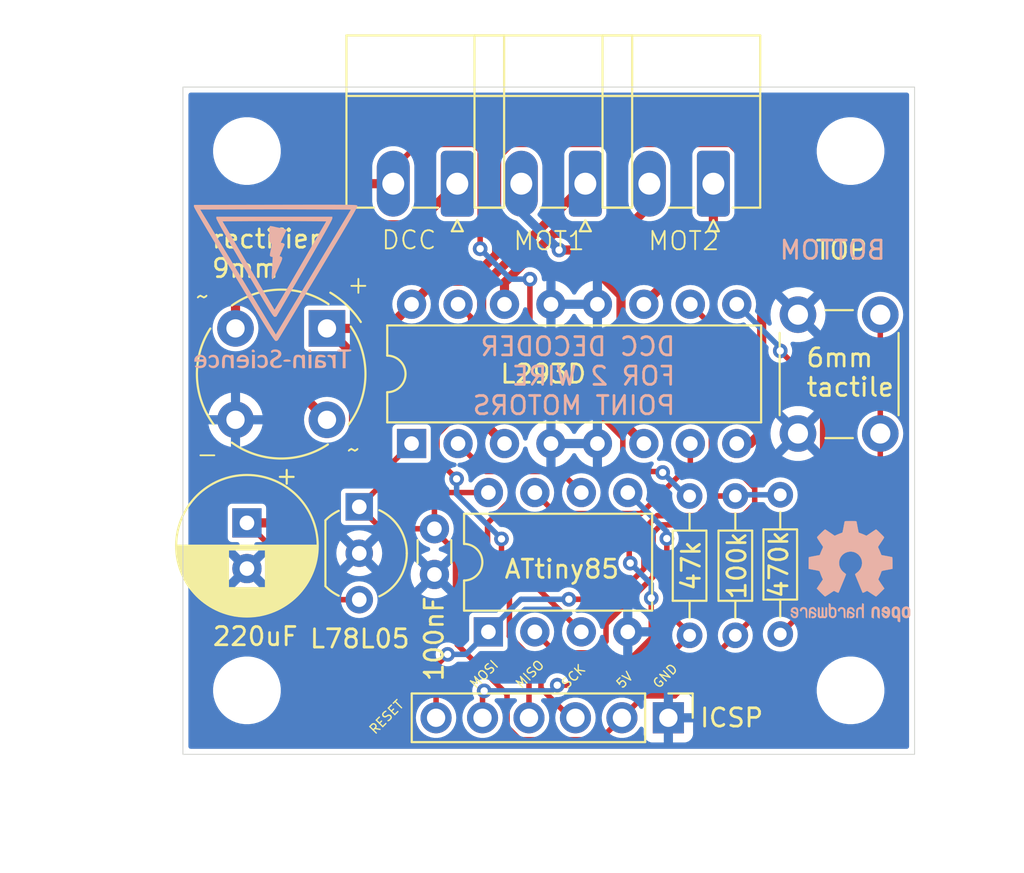
<source format=kicad_pcb>
(kicad_pcb (version 20240108) (generator "pcbnew") (generator_version "8.0")
  (layers (0 "F.Cu" signal) (31 "B.Cu" signal) (34 "B.Paste" user) (35 "F.Paste" user) (36 "B.SilkS" user "B.Silkscreen") (37 "F.SilkS" user "F.Silkscreen") (38 "B.Mask" user) (39 "F.Mask" user) (44 "Edge.Cuts" user))
  (net 0 "")
  (net 1 "GND")
  (net 2 "+5V")
  (net 3 "VCC")
  (net 4 "/DCC_B")
  (net 5 "/DCC_A")
  (net 6 "Net-(J2-Pin_2)")
  (net 7 "Net-(J2-Pin_1)")
  (net 8 "Net-(J3-Pin_1)")
  (net 9 "Net-(J3-Pin_2)")
  (net 10 "Net-(SW1-B)")
  (net 11 "/1A")
  (net 12 "/1B")
  (net 13 "/2B")
  (net 14 "/2A")
  (net 15 "/RESET")
  (net 16 "/MOSI")
  (footprint "MountingHole:MountingHole_3.2mm_M3" (layer "F.Cu") (at 76 56)
    (property "Reference" "REF**" (hide yes))
    (property "Value" "MountingHole_3.2mm_M3")
    (pad "" np_thru_hole circle (at 0 0) (size 3.2 3.2) (drill 3.2) (layers "*.Cu" "*.Mask"))
  )
  (footprint "Connector_Phoenix_MC:PhoenixContact_MC_1,5_2-G-3.5_1x02_P3.50mm_Horizontal" (layer "F.Cu") (at 101.5 57.785 180)
    (property "Reference" "J3" (hide yes))
    (property "Value" "Screw_Terminal_01x02")
    (pad "1" thru_hole roundrect (at 0 0 180) (size 1.8 3.6) (drill 1.2) (layers "*.Cu" "*.Mask") (roundrect_rratio 0.138889) (net 8 "Net-(J3-Pin_1)"))
    (pad "2" thru_hole oval (at 3.5 0 180) (size 1.8 3.6) (drill 1.2) (layers "*.Cu" "*.Mask") (net 9 "Net-(J3-Pin_2)"))
  )
  (footprint "Connector_Phoenix_MC:PhoenixContact_MC_1,5_2-G-3.5_1x02_P3.50mm_Horizontal" (layer "F.Cu") (at 94.5 57.785 180)
    (property "Reference" "J2" (hide yes))
    (property "Value" "Screw_Terminal_01x02")
    (pad "1" thru_hole roundrect (at 0 0 180) (size 1.8 3.6) (drill 1.2) (layers "*.Cu" "*.Mask") (roundrect_rratio 0.138889) (net 7 "Net-(J2-Pin_1)"))
    (pad "2" thru_hole oval (at 3.5 0 180) (size 1.8 3.6) (drill 1.2) (layers "*.Cu" "*.Mask") (net 6 "Net-(J2-Pin_2)"))
  )
  (footprint "Resistor_THT:R_Axial_DIN0204_L3.6mm_D1.6mm_P7.62mm_Horizontal" (layer "F.Cu") (at 100.2 82.49 90)
    (property "Reference" "R1" (hide yes))
    (property "Value" "47k" (at 3.81 0.083 90) (layer "F.SilkS"))
    (pad "1" thru_hole circle (at 0 0 90) (size 1.4 1.4) (drill 0.7) (layers "*.Cu" "*.Mask") (net 16 "/MOSI"))
    (pad "2" thru_hole oval (at 7.62 0 90) (size 1.4 1.4) (drill 0.7) (layers "*.Cu" "*.Mask") (net 4 "/DCC_B"))
  )
  (footprint "MountingHole:MountingHole_3.2mm_M3" (layer "F.Cu") (at 109 56)
    (property "Reference" "REF**" (hide yes))
    (property "Value" "MountingHole_3.2mm_M3")
    (pad "" np_thru_hole circle (at 0 0) (size 3.2 3.2) (drill 3.2) (layers "*.Cu" "*.Mask"))
  )
  (footprint "Connector_PinHeader_2.54mm:PinHeader_1x06_P2.54mm_Vertical" (layer "F.Cu") (at 99.04 87 -90)
    (property "Reference" "J4" (hide yes))
    (property "Value" "ICSP")
    (pad "1" thru_hole rect (at 0 0 270) (size 1.7 1.7) (drill 1) (layers "*.Cu" "*.Mask") (net 1 "GND"))
    (pad "2" thru_hole oval (at 0 2.54 270) (size 1.7 1.7) (drill 1) (layers "*.Cu" "*.Mask") (net 2 "+5V"))
    (pad "3" thru_hole oval (at 0 5.08 270) (size 1.7 1.7) (drill 1) (layers "*.Cu" "*.Mask") (net 12 "/1B"))
    (pad "4" thru_hole oval (at 0 7.62 270) (size 1.7 1.7) (drill 1) (layers "*.Cu" "*.Mask") (net 11 "/1A"))
    (pad "5" thru_hole oval (at 0 10.16 270) (size 1.7 1.7) (drill 1) (layers "*.Cu" "*.Mask") (net 16 "/MOSI"))
    (pad "6" thru_hole oval (at 0 12.7 270) (size 1.7 1.7) (drill 1) (layers "*.Cu" "*.Mask") (net 15 "/RESET"))
  )
  (footprint "custom_kicad_lib_sk:SW_NO_SILK" (layer "F.Cu") (at 106.125 71.45 90)
    (property "Reference" "SW1" (hide yes))
    (property "Value" "6mm_tactile")
    (pad "1" thru_hole circle (at 0 0 180) (size 2 2) (drill 1.1) (layers "*.Cu" "*.Mask") (net 1 "GND"))
    (pad "1" thru_hole circle (at 6.5 0 180) (size 2 2) (drill 1.1) (layers "*.Cu" "*.Mask") (net 1 "GND"))
    (pad "2" thru_hole circle (at 0 4.5 180) (size 2 2) (drill 1.1) (layers "*.Cu" "*.Mask") (net 10 "Net-(SW1-B)"))
    (pad "2" thru_hole circle (at 6.5 4.5 180) (size 2 2) (drill 1.1) (layers "*.Cu" "*.Mask") (net 10 "Net-(SW1-B)"))
  )
  (footprint "Resistor_THT:R_Axial_DIN0204_L3.6mm_D1.6mm_P7.62mm_Horizontal" (layer "F.Cu") (at 105.156 74.803 -90)
    (property "Reference" "R3" (hide yes))
    (property "Value" "470k" (at 3.81 0.083 90) (layer "F.SilkS"))
    (pad "1" thru_hole circle (at 0 0 270) (size 1.4 1.4) (drill 0.7) (layers "*.Cu" "*.Mask") (net 15 "/RESET"))
    (pad "2" thru_hole oval (at 7.62 0 270) (size 1.4 1.4) (drill 0.7) (layers "*.Cu" "*.Mask") (net 10 "Net-(SW1-B)"))
  )
  (footprint "Connector_Phoenix_MC:PhoenixContact_MC_1,5_2-G-3.5_1x02_P3.50mm_Horizontal" (layer "F.Cu") (at 87.5 57.785 180)
    (property "Reference" "J1" (hide yes))
    (property "Value" "Screw_Terminal_01x02")
    (pad "1" thru_hole roundrect (at 0 0 180) (size 1.8 3.6) (drill 1.2) (layers "*.Cu" "*.Mask") (roundrect_rratio 0.138889) (net 5 "/DCC_A"))
    (pad "2" thru_hole oval (at 3.5 0 180) (size 1.8 3.6) (drill 1.2) (layers "*.Cu" "*.Mask") (net 4 "/DCC_B"))
  )
  (footprint "MountingHole:MountingHole_3.2mm_M3" (layer "F.Cu") (at 76 85.5)
    (property "Reference" "REF**" (hide yes))
    (property "Value" "MountingHole_3.2mm_M3")
    (pad "" np_thru_hole circle (at 0 0) (size 3.2 3.2) (drill 3.2) (layers "*.Cu" "*.Mask"))
  )
  (footprint "Diode_THT:Diode_Bridge_Round_D9.0mm" (layer "F.Cu") (at 80.375 65.7 -90)
    (property "Reference" "D1" (hide yes))
    (property "Value" "D_Bridge_+A-A")
    (pad "1" thru_hole rect (at 0 0 270) (size 2 2) (drill 1) (layers "*.Cu" "*.Mask") (net 3 "VCC"))
    (pad "2" thru_hole oval (at 0 5 270) (size 2 2) (drill 1) (layers "*.Cu" "*.Mask") (net 4 "/DCC_B"))
    (pad "3" thru_hole oval (at 5 5 270) (size 2 2) (drill 1) (layers "*.Cu" "*.Mask") (net 1 "GND"))
    (pad "4" thru_hole oval (at 5 0 270) (size 2 2) (drill 1) (layers "*.Cu" "*.Mask") (net 5 "/DCC_A"))
  )
  (footprint "Capacitor_THT:C_Disc_D3.0mm_W1.6mm_P2.50mm" (layer "F.Cu") (at 86.25 76.660225 -90)
    (property "Reference" "C3" (hide yes))
    (property "Value" "100nF" (at 6.016775 0.017 90) (layer "F.SilkS"))
    (pad "1" thru_hole circle (at 0 0 270) (size 1.6 1.6) (drill 0.8) (layers "*.Cu" "*.Mask") (net 2 "+5V"))
    (pad "2" thru_hole circle (at 2.5 0 270) (size 1.6 1.6) (drill 0.8) (layers "*.Cu" "*.Mask") (net 1 "GND"))
  )
  (footprint "Package_DIP:DIP-8_W7.62mm" (layer "F.Cu") (at 89.2 82.3 90)
    (property "Reference" "U3" (hide yes))
    (property "Value" "ATtiny85" (at 3.433 4.018 180) (layer "F.SilkS"))
    (pad "1" thru_hole rect (at 0 0 90) (size 1.6 1.6) (drill 0.8) (layers "*.Cu" "*.Mask") (net 15 "/RESET"))
    (pad "2" thru_hole oval (at 0 2.54 90) (size 1.6 1.6) (drill 0.8) (layers "*.Cu" "*.Mask") (net 14 "/2A"))
    (pad "3" thru_hole oval (at 0 5.08 90) (size 1.6 1.6) (drill 0.8) (layers "*.Cu" "*.Mask") (net 13 "/2B"))
    (pad "4" thru_hole oval (at 0 7.62 90) (size 1.6 1.6) (drill 0.8) (layers "*.Cu" "*.Mask") (net 1 "GND"))
    (pad "5" thru_hole oval (at 7.62 7.62 90) (size 1.6 1.6) (drill 0.8) (layers "*.Cu" "*.Mask") (net 16 "/MOSI"))
    (pad "6" thru_hole oval (at 7.62 5.08 90) (size 1.6 1.6) (drill 0.8) (layers "*.Cu" "*.Mask") (net 11 "/1A"))
    (pad "7" thru_hole oval (at 7.62 2.54 90) (size 1.6 1.6) (drill 0.8) (layers "*.Cu" "*.Mask") (net 12 "/1B"))
    (pad "8" thru_hole oval (at 7.62 0 90) (size 1.6 1.6) (drill 0.8) (layers "*.Cu" "*.Mask") (net 2 "+5V"))
  )
  (footprint "Resistor_THT:R_Axial_DIN0204_L3.6mm_D1.6mm_P7.62mm_Horizontal" (layer "F.Cu") (at 102.7 82.49 90)
    (property "Reference" "R2" (hide yes))
    (property "Value" "100k" (at 3.81 0.083 90) (layer "F.SilkS"))
    (pad "1" thru_hole circle (at 0 0 90) (size 1.4 1.4) (drill 0.7) (layers "*.Cu" "*.Mask") (net 2 "+5V"))
    (pad "2" thru_hole oval (at 7.62 0 90) (size 1.4 1.4) (drill 0.7) (layers "*.Cu" "*.Mask") (net 15 "/RESET"))
  )
  (footprint "Package_DIP:DIP-16_W7.62mm" (layer "F.Cu") (at 85 72 90)
    (property "Reference" "U1" (hide yes))
    (property "Value" "L293D" (at 3.81 7.202 180) (layer "F.SilkS"))
    (pad "1" thru_hole rect (at 0 0 90) (size 1.6 1.6) (drill 0.8) (layers "*.Cu" "*.Mask") (net 2 "+5V"))
    (pad "2" thru_hole oval (at 0 2.54 90) (size 1.6 1.6) (drill 0.8) (layers "*.Cu" "*.Mask") (net 11 "/1A"))
    (pad "3" thru_hole oval (at 0 5.08 90) (size 1.6 1.6) (drill 0.8) (layers "*.Cu" "*.Mask") (net 7 "Net-(J2-Pin_1)"))
    (pad "4" thru_hole oval (at 0 7.62 90) (size 1.6 1.6) (drill 0.8) (layers "*.Cu" "*.Mask") (net 1 "GND"))
    (pad "5" thru_hole oval (at 0 10.16 90) (size 1.6 1.6) (drill 0.8) (layers "*.Cu" "*.Mask") (net 1 "GND"))
    (pad "6" thru_hole oval (at 0 12.7 90) (size 1.6 1.6) (drill 0.8) (layers "*.Cu" "*.Mask") (net 6 "Net-(J2-Pin_2)"))
    (pad "7" thru_hole oval (at 0 15.24 90) (size 1.6 1.6) (drill 0.8) (layers "*.Cu" "*.Mask") (net 12 "/1B"))
    (pad "8" thru_hole oval (at 0 17.78 90) (size 1.6 1.6) (drill 0.8) (layers "*.Cu" "*.Mask") (net 3 "VCC"))
    (pad "9" thru_hole oval (at 7.62 17.78 90) (size 1.6 1.6) (drill 0.8) (layers "*.Cu" "*.Mask") (net 2 "+5V"))
    (pad "10" thru_hole oval (at 7.62 15.24 90) (size 1.6 1.6) (drill 0.8) (layers "*.Cu" "*.Mask") (net 14 "/2A"))
    (pad "11" thru_hole oval (at 7.62 12.7 90) (size 1.6 1.6) (drill 0.8) (layers "*.Cu" "*.Mask") (net 8 "Net-(J3-Pin_1)"))
    (pad "12" thru_hole oval (at 7.62 10.16 90) (size 1.6 1.6) (drill 0.8) (layers "*.Cu" "*.Mask") (net 1 "GND"))
    (pad "13" thru_hole oval (at 7.62 7.62 90) (size 1.6 1.6) (drill 0.8) (layers "*.Cu" "*.Mask") (net 1 "GND"))
    (pad "14" thru_hole oval (at 7.62 5.08 90) (size 1.6 1.6) (drill 0.8) (layers "*.Cu" "*.Mask") (net 9 "Net-(J3-Pin_2)"))
    (pad "15" thru_hole oval (at 7.62 2.54 90) (size 1.6 1.6) (drill 0.8) (layers "*.Cu" "*.Mask") (net 13 "/2B"))
    (pad "16" thru_hole oval (at 7.62 0 90) (size 1.6 1.6) (drill 0.8) (layers "*.Cu" "*.Mask") (net 3 "VCC"))
  )
  (footprint "MountingHole:MountingHole_3.2mm_M3" (layer "F.Cu") (at 109 85.5)
    (property "Reference" "REF**" (hide yes))
    (property "Value" "MountingHole_3.2mm_M3")
    (pad "" np_thru_hole circle (at 0 0) (size 3.2 3.2) (drill 3.2) (layers "*.Cu" "*.Mask"))
  )
  (footprint "Capacitor_THT:CP_Radial_D7.5mm_P2.50mm" (layer "F.Cu") (at 76 76.338606 -90)
    (property "Reference" "C2" (hide yes))
    (property "Value" "220uF" (at 6.211394 -0.454 0) (layer "F.SilkS"))
    (pad "1" thru_hole rect (at 0 0 270) (size 1.6 1.6) (drill 0.8) (layers "*.Cu" "*.Mask") (net 3 "VCC"))
    (pad "2" thru_hole circle (at 2.5 0 270) (size 1.6 1.6) (drill 0.8) (layers "*.Cu" "*.Mask") (net 1 "GND"))
  )
  (footprint "Package_TO_SOT_THT:TO-92_Inline_Wide" (layer "F.Cu") (at 82.14 75.46 -90)
    (property "Reference" "U2" (hide yes))
    (property "Value" "L78L05" (at 7.217 -0.029 180) (layer "F.SilkS"))
    (pad "1" thru_hole rect (at 0 0 270) (size 1.5 1.5) (drill 0.8) (layers "*.Cu" "*.Mask") (net 2 "+5V"))
    (pad "2" thru_hole circle (at 2.54 0 270) (size 1.5 1.5) (drill 0.8) (layers "*.Cu" "*.Mask") (net 1 "GND"))
    (pad "3" thru_hole circle (at 5.08 0 270) (size 1.5 1.5) (drill 0.8) (layers "*.Cu" "*.Mask") (net 3 "VCC"))
  )
  (footprint "custom_kicad_lib_sk:Train-Science logo small" (layer "B.Cu") (at 77.5 63.5 180)
    (property "Reference" "G***" (hide yes))
    (property "Value" "LOGO" (hide yes))
  )
  (footprint "Symbol:OSHW-Logo2_7.3x6mm_SilkScreen" (layer "B.Cu") (at 109 79 180)
    (property "Reference" "REF**" (hide yes))
    (property "Value" "OSHW-Logo2_7.3x6mm_SilkScreen" (hide yes))
  )
  (gr_rect (start 72.5 52.5) (end 112.5 89) (stroke (width 0.05)) (fill none) (layer "Edge.Cuts"))
  (gr_text "BOTTOM" (at 111 62 0) (layer "B.SilkS") (effects (font (size 1 1)) (justify left bottom mirror)))
  (gr_text "DCC DECODER\nFOR 2 WIRE\nPOINT MOTORS" (at 99.5 70.5 0) (layer "B.SilkS") (effects (font (size 1 1)) (justify left bottom mirror)))
  (gr_text "-" (at 73.152 73.152 0) (layer "F.SilkS") (effects (font (size 1 1) (thickness 0.1)) (justify left bottom)))
  (gr_text "SCK" (at 93.5 85.5 45) (layer "F.SilkS") (effects (font (size 0.5 0.5) (thickness 0.075)) (justify left bottom)))
  (gr_text "6mm\ntactile" (at 106.5 69.5 0) (layer "F.SilkS") (effects (font (size 1 1)) (justify left bottom)))
  (gr_text "rectifier\n9mm" (at 74 63 0) (layer "F.SilkS") (effects (font (size 1 1)) (justify left bottom)))
  (gr_text "ICSP" (at 102.5 87 0) (layer "F.SilkS") (effects (font (size 1 1))))
  (gr_text "TOP" (at 107 62 0) (layer "F.SilkS") (effects (font (size 1 1)) (justify left bottom)))
  (gr_text "5V" (at 96.5 85.5 45) (layer "F.SilkS") (effects (font (size 0.5 0.5) (thickness 0.075)) (justify left bottom)))
  (gr_text "DCC" (at 83.292508 61.453374 0) (layer "F.SilkS") (effects (font (size 1 1) (thickness 0.1)) (justify left bottom)))
  (gr_text "MISO" (at 91 85.5 45) (layer "F.SilkS") (effects (font (size 0.5 0.5) (thickness 0.075)) (justify left bottom)))
  (gr_text "MOT2" (at 97.866 61.5 0) (layer "F.SilkS") (effects (font (size 1 1) (thickness 0.1)) (justify left bottom)))
  (gr_text "~\n" (at 81.407 72.898 0) (layer "F.SilkS") (effects (font (size 1 1) (thickness 0.1)) (justify left bottom)))
  (gr_text "RESET" (at 83 88 45) (layer "F.SilkS") (effects (font (size 0.5 0.5) (thickness 0.075)) (justify left bottom)))
  (gr_text "MOSI" (at 88.5 85.5 45) (layer "F.SilkS") (effects (font (size 0.5 0.5) (thickness 0.075)) (justify left bottom)))
  (gr_text "~\n" (at 73.152 64.516 0) (layer "F.SilkS") (effects (font (size 1 1) (thickness 0.1)) (justify left bottom)))
  (gr_text "MOT1" (at 90.5 61.5 0) (layer "F.SilkS") (effects (font (size 1 1) (thickness 0.1)) (justify left bottom)))
  (gr_text "+" (at 81.407 63.881 0) (layer "F.SilkS") (effects (font (size 1 1) (thickness 0.1)) (justify left bottom)))
  (gr_text "GND" (at 98.5 85.5 45) (layer "F.SilkS") (effects (font (size 0.5 0.5) (thickness 0.075)) (justify left bottom)))
  (segment (start 86.25 76.660225) (end 83.340225 76.660225) (width 0.3) (layer "F.Cu") (net 2))
  (segment (start 83.5 73.5) (end 85 72) (width 0.3) (layer "F.Cu") (net 2))
  (segment (start 86.25 75.25) (end 86.25 76.660225) (width 0.3) (layer "F.Cu") (net 2))
  (segment (start 86.25 76.75) (end 87.4 77.9) (width 0.3) (layer "F.Cu") (net 2))
  (segment (start 83.340225 76.660225) (end 82.14 75.46) (width 0.3) (layer "F.Cu") (net 2))
  (segment (start 89.2 74.68) (end 86.82 74.68) (width 0.3) (layer "F.Cu") (net 2))
  (segment (start 90.22 87.497057) (end 90.922943 88.2) (width 0.3) (layer "F.Cu") (net 2))
  (segment (start 87.4 81.5) (end 87.5 81.6) (width 0.3) (layer "F.Cu") (net 2))
  (segment (start 99.39 85.8) (end 97.7 85.8) (width 0.3) (layer "F.Cu") (net 2))
  (segment (start 86.82 74.68) (end 86.25 75.25) (width 0.3) (layer "F.Cu") (net 2))
  (segment (start 97.7 85.8) (end 96.5 87) (width 0.3) (layer "F.Cu") (net 2))
  (segment (start 86.25 76.660225) (end 86.25 76.75) (width 0.3) (layer "F.Cu") (net 2))
  (segment (start 87.5 83) (end 90.22 85.72) (width 0.3) (layer "F.Cu") (net 2))
  (segment (start 87.4 77.9) (end 87.4 81.5) (width 0.3) (layer "F.Cu") (net 2))
  (segment (start 83.5 74.1) (end 83.5 73.5) (width 0.3) (layer "F.Cu") (net 2))
  (segment (start 102.7 82.49) (end 107.475 77.715) (width 0.3) (layer "F.Cu") (net 2))
  (segment (start 95.3 88.2) (end 96.5 87) (width 0.3) (layer "F.Cu") (net 2))
  (segment (start 107.475 69.248) (end 105.156 66.929) (width 0.3) (layer "F.Cu") (net 2))
  (segment (start 90.22 85.72) (end 90.22 87.497057) (width 0.3) (layer "F.Cu") (net 2))
  (segment (start 82.14 75.46) (end 83.5 74.1) (width 0.3) (layer "F.Cu") (net 2))
  (segment (start 90.922943 88.2) (end 95.3 88.2) (width 0.3) (layer "F.Cu") (net 2))
  (segment (start 87.5 81.6) (end 87.5 83) (width 0.3) (layer "F.Cu") (net 2))
  (segment (start 102.7 82.49) (end 99.39 85.8) (width 0.3) (layer "F.Cu") (net 2))
  (segment (start 107.475 77.715) (end 107.475 69.248) (width 0.3) (layer "F.Cu") (net 2))
  (via (at 105.156 66.929) (size 0.8) (drill 0.4) (layers "F.Cu" "B.Cu") (net 2))
  (segment (start 105.156 66.756) (end 102.78 64.38) (width 0.3) (layer "B.Cu") (net 2))
  (segment (start 105.156 66.929) (end 105.156 66.756) (width 0.3) (layer "B.Cu") (net 2))
  (segment (start 86.261 63.119) (end 88.17605 63.119) (width 0.5) (layer "F.Cu") (net 3))
  (segment (start 81.825 72.175) (end 77.661394 76.338606) (width 0.5) (layer "F.Cu") (net 3))
  (segment (start 102.446878 55.535) (end 104.14 57.228122) (width 0.5) (layer "F.Cu") (net 3))
  (segment (start 81.825 67.15) (end 81.825 72.175) (width 0.5) (layer "F.Cu") (net 3))
  (segment (start 84.342 65.038) (end 86.261 63.119) (width 0.5) (layer "F.Cu") (net 3))
  (segment (start 82.14 80.54) (end 80.201394 80.54) (width 0.3) (layer "F.Cu") (net 3))
  (segment (start 103.514 72) (end 102.78 72) (width 0.5) (layer "F.Cu") (net 3))
  (segment (start 89.65 61.64505) (end 89.65 56.325812) (width 0.5) (layer "F.Cu") (net 3))
  (segment (start 89.65 56.325812) (end 90.440812 55.535) (width 0.5) (layer "F.Cu") (net 3))
  (segment (start 77.661394 76.338606) (end 76 76.338606) (width 0.5) (layer "F.Cu") (net 3))
  (segment (start 80.375 65.7) (end 81.825 67.15) (width 0.5) (layer "F.Cu") (net 3))
  (segment (start 88.17605 63.119) (end 89.65 61.64505) (width 0.5) (layer "F.Cu") (net 3))
  (segment (start 90.440812 55.535) (end 102.446878 55.535) (width 0.5) (layer "F.Cu") (net 3))
  (segment (start 104.14 71.374) (end 103.514 72) (width 0.5) (layer "F.Cu") (net 3))
  (segment (start 80.375 65.7) (end 83.68 65.7) (width 0.5) (layer "F.Cu") (net 3))
  (segment (start 83.68 65.7) (end 84.342 65.038) (width 0.5) (layer "F.Cu") (net 3))
  (segment (start 80.201394 80.54) (end 76 76.338606) (width 0.3) (layer "F.Cu") (net 3))
  (segment (start 104.14 57.228122) (end 104.14 71.374) (width 0.5) (layer "F.Cu") (net 3))
  (segment (start 84.342 65.038) (end 85 64.38) (width 0.5) (layer "F.Cu") (net 3))
  (segment (start 97.296346 73.53) (end 98.676 73.53) (width 0.3) (layer "F.Cu") (net 4))
  (segment (start 75.375 64.125) (end 75.375 65.7) (width 0.5) (layer "F.Cu") (net 4))
  (segment (start 91.47 66.618528) (end 96.55 71.698528) (width 0.3) (layer "F.Cu") (net 4))
  (segment (start 88.75 55.979544) (end 88.405456 55.635) (width 0.3) (layer "F.Cu") (net 4))
  (segment (start 85.335 55.635) (end 84 56.97) (width 0.3) (layer "F.Cu") (net 4))
  (segment (start 88.405456 55.635) (end 85.335 55.635) (width 0.3) (layer "F.Cu") (net 4))
  (segment (start 98.676 73.53) (end 98.728354 73.582354) (width 0.3) (layer "F.Cu") (net 4))
  (segment (start 96.55 72.783654) (end 97.296346 73.53) (width 0.3) (layer "F.Cu") (net 4))
  (segment (start 91.47 63.007032) (end 91.47 66.618528) (width 0.3) (layer "F.Cu") (net 4))
  (segment (start 84 57.785) (end 81.715 57.785) (width 0.5) (layer "F.Cu") (net 4))
  (segment (start 96.55 71.698528) (end 96.55 72.783654) (width 0.3) (layer "F.Cu") (net 4))
  (segment (start 84 56.97) (end 84 57.785) (width 0.3) (layer "F.Cu") (net 4))
  (segment (start 88.75 61.342968) (end 88.75 55.979544) (width 0.3) (layer "F.Cu") (net 4))
  (segment (start 81.715 57.785) (end 75.375 64.125) (width 0.5) (layer "F.Cu") (net 4))
  (via (at 98.728354 73.582354) (size 0.8) (drill 0.4) (layers "F.Cu" "B.Cu") (net 4))
  (via (at 88.75 61.342968) (size 0.8) (drill 0.4) (layers "F.Cu" "B.Cu") (net 4))
  (via (at 91.47 63.007032) (size 0.8) (drill 0.4) (layers "F.Cu" "B.Cu") (net 4))
  (segment (start 100.2 74.87) (end 100.016 74.87) (width 0.3) (layer "B.Cu") (net 4))
  (segment (start 90.414064 63.007032) (end 91.47 63.007032) (width 0.3) (layer "B.Cu") (net 4))
  (segment (start 88.75 61.342968) (end 90.414064 63.007032) (width 0.3) (layer "B.Cu") (net 4))
  (segment (start 100.016 74.87) (end 98.728354 73.582354) (width 0.3) (layer "B.Cu") (net 4))
  (segment (start 77.5 67.825) (end 77.5 62.98995) (width 0.5) (layer "F.Cu") (net 5))
  (segment (start 80.375 70.7) (end 77.5 67.825) (width 0.5) (layer "F.Cu") (net 5))
  (segment (start 77.5 62.98995) (end 80.45495 60.035) (width 0.5) (layer "F.Cu") (net 5))
  (segment (start 85.25 60.035) (end 87.5 57.785) (width 0.5) (layer "F.Cu") (net 5))
  (segment (start 80.45495 60.035) (end 85.25 60.035) (width 0.5) (layer "F.Cu") (net 5))
  (segment (start 96.45 63.902233) (end 96.45 70.75) (width 0.5) (layer "F.Cu") (net 6))
  (segment (start 93.063516 61.413516) (end 93.961283 61.413516) (width 0.5) (layer "F.Cu") (net 6))
  (segment (start 93.961283 61.413516) (end 96.45 63.902233) (width 0.5) (layer "F.Cu") (net 6))
  (segment (start 96.45 70.75) (end 97.7 72) (width 0.5) (layer "F.Cu") (net 6))
  (via (at 93.063516 61.413516) (size 0.8) (drill 0.4) (layers "F.Cu" "B.Cu") (net 6))
  (segment (start 91 59.35) (end 93.063516 61.413516) (width 0.5) (layer "B.Cu") (net 6))
  (segment (start 91 57.785) (end 91 59.35) (width 0.5) (layer "B.Cu") (net 6))
  (segment (start 88.83 63.455) (end 88.83 70.75) (width 0.5) (layer "F.Cu") (net 7))
  (segment (start 94.5 57.785) (end 88.83 63.455) (width 0.5) (layer "F.Cu") (net 7))
  (segment (start 88.83 70.75) (end 90.08 72) (width 0.5) (layer "F.Cu") (net 7))
  (segment (start 101.5 60.58) (end 97.7 64.38) (width 0.5) (layer "F.Cu") (net 8))
  (segment (start 101.5 57.785) (end 101.5 60.58) (width 0.5) (layer "F.Cu") (net 8))
  (segment (start 96.5 60.5) (end 98 59) (width 0.5) (layer "F.Cu") (net 9))
  (segment (start 98 59) (end 98 57.785) (width 0.5) (layer "F.Cu") (net 9))
  (segment (start 92.77495 60.5) (end 96.5 60.5) (width 0.5) (layer "F.Cu") (net 9))
  (segment (start 90.08 64.38) (end 90.08 63.19495) (width 0.5) (layer "F.Cu") (net 9))
  (segment (start 90.08 63.19495) (end 92.77495 60.5) (width 0.5) (layer "F.Cu") (net 9))
  (segment (start 110.625 76.954) (end 105.156 82.423) (width 0.3) (layer "F.Cu") (net 10))
  (segment (start 110.625 71.45) (end 110.625 76.954) (width 0.3) (layer "F.Cu") (net 10))
  (segment (start 110.625 64.95) (end 110.625 71.45) (width 0.3) (layer "F.Cu") (net 10))
  (segment (start 90.424 73.784) (end 90.678 73.53) (width 0.3) (layer "F.Cu") (net 11))
  (segment (start 89.154 76.352346) (end 90.424 75.082346) (width 0.3) (layer "F.Cu") (net 11))
  (segment (start 89.07 73.53) (end 87.54 72) (width 0.3) (layer "F.Cu") (net 11))
  (segment (start 90.35 79.174) (end 89.154 77.978) (width 0.3) (layer "F.Cu") (net 11))
  (segment (start 91.42 87) (end 91.42 83.606346) (width 0.3) (layer "F.Cu") (net 11))
  (segment (start 94.28 74.68) (end 93.13 73.53) (width 0.3) (layer "F.Cu") (net 11))
  (segment (start 90.424 75.082346) (end 90.424 73.784) (width 0.3) (layer "F.Cu") (net 11))
  (segment (start 93.13 73.53) (end 90.678 73.53) (width 0.3) (layer "F.Cu") (net 11))
  (segment (start 90.35 82.536346) (end 90.35 79.174) (width 0.3) (layer "F.Cu") (net 11))
  (segment (start 90.678 73.53) (end 90.17 73.53) (width 0.3) (layer "F.Cu") (net 11))
  (segment (start 90.17 73.53) (end 89.07 73.53) (width 0.3) (layer "F.Cu") (net 11))
  (segment (start 91.42 83.606346) (end 90.35 82.536346) (width 0.3) (layer "F.Cu") (net 11))
  (segment (start 90.424 73.784) (end 90.17 73.53) (width 0.3) (layer "F.Cu") (net 11))
  (segment (start 89.154 77.978) (end 89.154 76.352346) (width 0.3) (layer "F.Cu") (net 11))
  (segment (start 96.901 76.2) (end 96.89 76.2) (width 0.3) (layer "F.Cu") (net 12))
  (segment (start 96.89 76.2) (end 96.52 75.83) (width 0.3) (layer "F.Cu") (net 12))
  (segment (start 100.24 73.13137) (end 97.54137 75.83) (width 0.3) (layer "F.Cu") (net 12))
  (segment (start 97.54137 75.83) (end 97.155 75.83) (width 0.3) (layer "F.Cu") (net 12))
  (segment (start 96.954633 78.539631) (end 96.901 78.485998) (width 0.3) (layer "F.Cu") (net 12))
  (segment (start 96.52 75.83) (end 92.89 75.83) (width 0.3) (layer "F.Cu") (net 12))
  (segment (start 92.075 85.388661) (end 92.075 84.557894) (width 0.3) (layer "F.Cu") (net 12))
  (segment (start 93.96 87) (end 93.686339 87) (width 0.3) (layer "F.Cu") (net 12))
  (segment (start 96.89 76.095) (end 97.155 75.83) (width 0.3) (layer "F.Cu") (net 12))
  (segment (start 96.796346 83.95) (end 98.103658 82.642688) (width 0.3) (layer "F.Cu") (net 12))
  (segment (start 92.075 84.557894) (end 92.682894 83.95) (width 0.3) (layer "F.Cu") (net 12))
  (segment (start 92.682894 83.95) (end 96.796346 83.95) (width 0.3) (layer "F.Cu") (net 12))
  (segment (start 100.24 72) (end 100.24 73.13137) (width 0.3) (layer "F.Cu") (net 12))
  (segment (start 98.103658 82.642688) (end 98.103658 80.450658) (width 0.3) (layer "F.Cu") (net 12))
  (segment (start 96.89 76.2) (end 96.89 76.095) (width 0.3) (layer "F.Cu") (net 12))
  (segment (start 96.901 78.485998) (end 96.901 76.2) (width 0.3) (layer "F.Cu") (net 12))
  (segment (start 97.155 75.83) (end 96.52 75.83) (width 0.3) (layer "F.Cu") (net 12))
  (segment (start 93.686339 87) (end 92.075 85.388661) (width 0.3) (layer "F.Cu") (net 12))
  (segment (start 92.89 75.83) (end 91.74 74.68) (width 0.3) (layer "F.Cu") (net 12))
  (via (at 96.954633 78.539631) (size 0.8) (drill 0.4) (layers "F.Cu" "B.Cu") (net 12))
  (via (at 98.103658 80.450658) (size 0.8) (drill 0.4) (layers "F.Cu" "B.Cu") (net 12))
  (segment (start 98.103658 79.688656) (end 96.954633 78.539631) (width 0.3) (layer "B.Cu") (net 12))
  (segment (start 98.103658 80.450658) (end 98.103658 79.688656) (width 0.3) (layer "B.Cu") (net 12))
  (segment (start 86.39 72.857277) (end 86.39 71.523654) (width 0.3) (layer "F.Cu") (net 13))
  (segment (start 89.916 77.216) (end 89.916 77.936) (width 0.3) (layer "F.Cu") (net 13))
  (segment (start 88.23 65.07) (end 87.54 64.38) (width 0.3) (layer "F.Cu") (net 13))
  (segment (start 87.462723 73.93) (end 86.39 72.857277) (width 0.3) (layer "F.Cu") (net 13))
  (segment (start 86.39 71.523654) (end 88.23 69.683654) (width 0.3) (layer "F.Cu") (net 13))
  (segment (start 89.916 77.936) (end 94.28 82.3) (width 0.3) (layer "F.Cu") (net 13))
  (segment (start 88.23 69.683654) (end 88.23 65.07) (width 0.3) (layer "F.Cu") (net 13))
  (via (at 87.462723 73.93) (size 0.8) (drill 0.4) (layers "F.Cu" "B.Cu") (net 13))
  (via (at 89.916 77.216) (size 0.8) (drill 0.4) (layers "F.Cu" "B.Cu") (net 13))
  (segment (start 89.916 77.216) (end 87.462723 74.762723) (width 0.3) (layer "B.Cu") (net 13))
  (segment (start 87.462723 74.762723) (end 87.462723 73.93) (width 0.3) (layer "B.Cu") (net 13))
  (segment (start 91.74 82.3) (end 92.89 83.45) (width 0.3) (layer "F.Cu") (net 14))
  (segment (start 92.89 83.45) (end 94.996346 83.45) (width 0.3) (layer "F.Cu") (net 14))
  (segment (start 103.759 74.444075) (end 102.466925 73.152) (width 0.3) (layer "F.Cu") (net 14))
  (segment (start 98.632106 76.446) (end 101.047654 76.446) (width 0.3) (layer "F.Cu") (net 14))
  (segment (start 98.204633 76.873473) (end 98.632106 76.446) (width 0.3) (layer "F.Cu") (net 14))
  (segment (start 94.996346 83.45) (end 95.631 82.815346) (width 0.3) (layer "F.Cu") (net 14))
  (segment (start 102.466925 73.152) (end 102.065654 73.152) (width 0.3) (layer "F.Cu") (net 14))
  (segment (start 102.065654 73.152) (end 101.39 72.476346) (width 0.3) (layer "F.Cu") (net 14))
  (segment (start 101.047654 76.446) (end 101.547654 75.946) (width 0.3) (layer "F.Cu") (net 14))
  (segment (start 95.631 81.862654) (end 98.204633 79.289021) (width 0.3) (layer "F.Cu") (net 14))
  (segment (start 101.39 65.53) (end 100.24 64.38) (width 0.3) (layer "F.Cu") (net 14))
  (segment (start 101.547654 75.946) (end 103.108925 75.946) (width 0.3) (layer "F.Cu") (net 14))
  (segment (start 95.631 82.815346) (end 95.631 81.862654) (width 0.3) (layer "F.Cu") (net 14))
  (segment (start 103.108925 75.946) (end 103.759 75.295925) (width 0.3) (layer "F.Cu") (net 14))
  (segment (start 103.759 75.295925) (end 103.759 74.444075) (width 0.3) (layer "F.Cu") (net 14))
  (segment (start 98.204633 79.289021) (end 98.204633 76.873473) (width 0.3) (layer "F.Cu") (net 14))
  (segment (start 101.39 72.476346) (end 101.39 65.53) (width 0.3) (layer "F.Cu") (net 14))
  (segment (start 96.036925 80.518) (end 97.611963 78.942963) (width 0.3) (layer "F.Cu") (net 15))
  (segment (start 100.786963 75.767963) (end 101.684925 74.87) (width 0.3) (layer "F.Cu") (net 15))
  (segment (start 97.704633 78.850293) (end 97.704633 76.666367) (width 0.3) (layer "F.Cu") (net 15))
  (segment (start 100.608926 75.946) (end 100.786963 75.767963) (width 0.3) (layer "F.Cu") (net 15))
  (segment (start 98.425 75.946) (end 100.608926 75.946) (width 0.3) (layer "F.Cu") (net 15))
  (segment (start 86.34 84.16) (end 86.34 87) (width 0.3) (layer "F.Cu") (net 15))
  (segment (start 97.611963 78.942963) (end 97.704633 78.850293) (width 0.3) (layer "F.Cu") (net 15))
  (segment (start 101.684925 74.87) (end 102.7 74.87) (width 0.3) (layer "F.Cu") (net 15))
  (segment (start 97.704633 76.666367) (end 98.425 75.946) (width 0.3) (layer "F.Cu") (net 15))
  (segment (start 86.969669 83.530331) (end 86.34 84.16) (width 0.3) (layer "F.Cu") (net 15))
  (segment (start 93.599 80.518) (end 96.036925 80.518) (width 0.3) (layer "F.Cu") (net 15))
  (via (at 86.969669 83.530331) (size 0.8) (drill 0.4) (layers "F.Cu" "B.Cu") (net 15))
  (via (at 93.599 80.518) (size 0.8) (drill 0.4) (layers "F.Cu" "B.Cu") (net 15))
  (segment (start 93.599 80.518) (end 90.982 80.518) (width 0.3) (layer "B.Cu") (net 15))
  (segment (start 90.982 80.518) (end 89.2 82.3) (width 0.3) (layer "B.Cu") (net 15))
  (segment (start 87.969669 83.530331) (end 89.2 82.3) (width 0.3) (layer "B.Cu") (net 15))
  (segment (start 105.156 74.803) (end 102.767 74.803) (width 0.3) (layer "B.Cu") (net 15))
  (segment (start 102.767 74.803) (end 102.7 74.87) (width 0.3) (layer "B.Cu") (net 15))
  (segment (start 86.969669 83.530331) (end 87.969669 83.530331) (width 0.3) (layer "B.Cu") (net 15))
  (segment (start 97.473 85.217) (end 100.2 82.49) (width 0.3) (layer "F.Cu") (net 16))
  (segment (start 98.954633 81.174633) (end 100.2 82.42) (width 0.3) (layer "F.Cu") (net 16))
  (segment (start 88.88 87) (end 88.88 85.618) (width 0.3) (layer "F.Cu") (net 16))
  (segment (start 88.88 85.618) (end 88.968669 85.529331) (width 0.3) (layer "F.Cu") (net 16))
  (segment (start 92.964 85.217) (end 97.473 85.217) (width 0.3) (layer "F.Cu") (net 16))
  (segment (start 98.954633 77.196) (end 98.954633 81.174633) (width 0.3) (layer "F.Cu") (net 16))
  (segment (start 100.2 82.42) (end 100.2 82.49) (width 0.3) (layer "F.Cu") (net 16))
  (via (at 98.954633 77.196) (size 0.8) (drill 0.4) (layers "F.Cu" "B.Cu") (net 16))
  (via (at 92.964 85.217) (size 0.8) (drill 0.4) (layers "F.Cu" "B.Cu") (net 16))
  (via (at 88.968669 85.529331) (size 0.8) (drill 0.4) (layers "F.Cu" "B.Cu") (net 16))
  (segment (start 96.82 74.68) (end 98.954633 76.814633) (width 0.3) (layer "B.Cu") (net 16))
  (segment (start 92.651669 85.529331) (end 92.964 85.217) (width 0.3) (layer "B.Cu") (net 16))
  (segment (start 88.968669 85.529331) (end 92.651669 85.529331) (width 0.3) (layer "B.Cu") (net 16))
  (segment (start 98.954633 76.814633) (end 98.954633 77.196) (width 0.3) (layer "B.Cu") (net 16))
  (zone (net 1) (net_name "GND") (layer "B.Cu") (connect_pads (clearance 0.25)) (min_thickness 0.25) (fill yes (thermal_gap 0.5) (thermal_bridge_width 0.5))
    (polygon (pts (xy 62.5 49) (xy 118 49.5) (xy 117.5 95.5) (xy 62.5 93.5)))
  )
)
</source>
